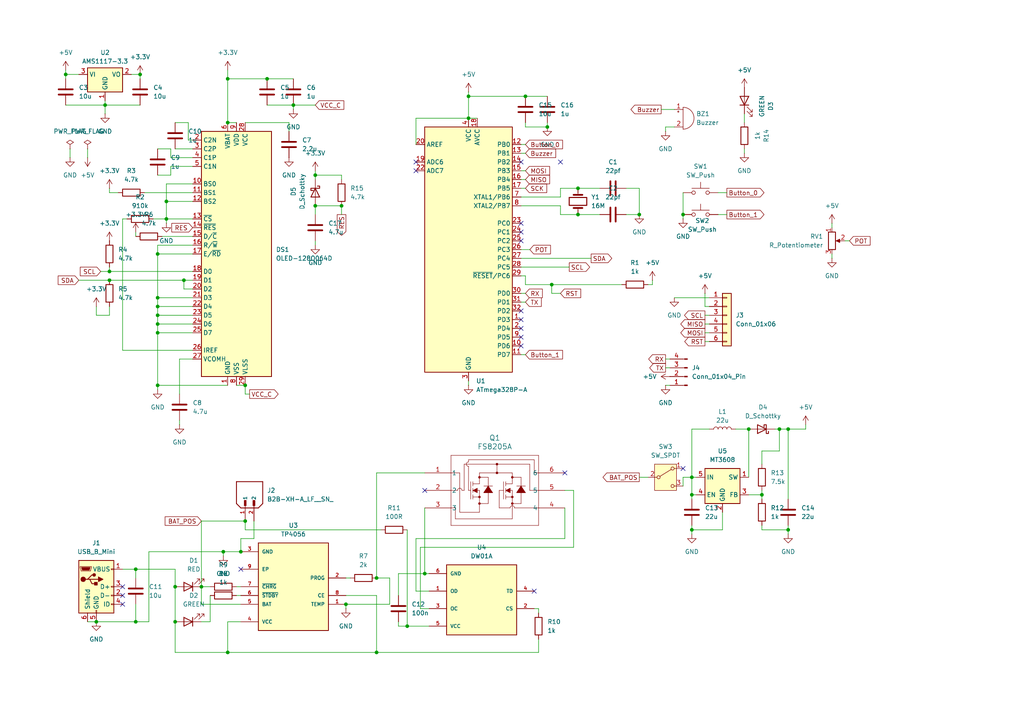
<source format=kicad_sch>
(kicad_sch (version 20231120) (generator "eeschema") (generator_version "8.0")
  (paper "A4")
  (lib_symbols
    (symbol "2024-04-20_16-32-53:FS8205A" (pin_names (offset 0.254))
      (property "Reference" "Q" (at 20.32 10.16 0))
      (property "Value" "FS8205A" (at 20.32 7.62 0))
      (symbol "FS8205A_0_1"
        (pin unspecified line (at 0 0 0) (length 7.62) (name "1") (number "1"))
        (pin unspecified line (at 0 -5.08 0) (length 7.62) (name "2") (number "2"))
        (pin unspecified line (at 0 -10.16 0) (length 7.62) (name "3") (number "3"))
        (pin unspecified line (at 40.64 -10.16 180) (length 7.62) (name "4") (number "4"))
        (pin unspecified line (at 40.64 -5.08 180) (length 7.62) (name "5") (number "5"))
        (pin unspecified line (at 40.64 0 180) (length 7.62) (name "6") (number "6"))
      )
    )
    (symbol "B2B-XH-A_LF__SN_:B2B-XH-A_LF__SN_" (pin_names (offset 1.016))
      (property "Reference" "J" (at -2.54 6.35 0))
      (property "Value" "B2B-XH-A_LF__SN_" (at -2.54 -5.08 0))
      (symbol "B2B-XH-A_LF__SN__0_0"
        (pin passive line (at -7.62 2.54 0) (length 5.08) (name "1") (number "1"))
        (pin passive line (at -7.62 0 0) (length 5.08) (name "2") (number "2"))
      )
    )
    (symbol "Connector:Conn_01x04_Pin" (pin_names (offset 1.016) hide)
      (property "Reference" "J" (at 0 5.08 0))
      (property "Value" "Conn_01x04_Pin" (at 0 -7.62 0))
      (symbol "Conn_01x04_Pin_1_1"
        (pin passive line (at 5.08 2.54 180) (length 3.81) (name "Pin_1") (number "1"))
        (pin passive line (at 5.08 0 180) (length 3.81) (name "Pin_2") (number "2"))
        (pin passive line (at 5.08 -2.54 180) (length 3.81) (name "Pin_3") (number "3"))
        (pin passive line (at 5.08 -5.08 180) (length 3.81) (name "Pin_4") (number "4"))
      )
    )
    (symbol "Connector:USB_B_Mini" (pin_names (offset 1.016))
      (property "Reference" "J" (at -5.08 11.43 0))
      (property "Value" "USB_B_Mini" (at -5.08 8.89 0))
      (symbol "USB_B_Mini_1_1"
        (pin power_out line (at 7.62 5.08 180) (length 2.54) (name "VBUS") (number "1"))
        (pin bidirectional line (at 7.62 -2.54 180) (length 2.54) (name "D-") (number "2"))
        (pin bidirectional line (at 7.62 0 180) (length 2.54) (name "D+") (number "3"))
        (pin passive line (at 7.62 -5.08 180) (length 2.54) (name "ID") (number "4"))
        (pin power_out line (at 0 -10.16 90) (length 2.54) (name "GND") (number "5"))
        (pin passive line (at -2.54 -10.16 90) (length 2.54) (name "Shield") (number "6"))
      )
    )
    (symbol "Connector_Generic:Conn_01x06" (pin_names (offset 1.016) hide)
      (property "Reference" "J" (at 0 7.62 0))
      (property "Value" "Conn_01x06" (at 0 -10.16 0))
      (symbol "Conn_01x06_1_1"
        (pin passive line (at -5.08 5.08 0) (length 3.81) (name "Pin_1") (number "1"))
        (pin passive line (at -5.08 2.54 0) (length 3.81) (name "Pin_2") (number "2"))
        (pin passive line (at -5.08 0 0) (length 3.81) (name "Pin_3") (number "3"))
        (pin passive line (at -5.08 -2.54 0) (length 3.81) (name "Pin_4") (number "4"))
        (pin passive line (at -5.08 -5.08 0) (length 3.81) (name "Pin_5") (number "5"))
        (pin passive line (at -5.08 -7.62 0) (length 3.81) (name "Pin_6") (number "6"))
      )
    )
    (symbol "DW01A:DW01A" (pin_names (offset 1.016))
      (property "Reference" "U" (at -10.16 11.43 0))
      (property "Value" "DW01A" (at -10.16 -12.7 0))
      (symbol "DW01A_0_0"
        (pin output line (at 15.24 -2.54 180) (length 5.08) (name "OD") (number "1"))
        (pin input line (at -15.24 2.54 0) (length 5.08) (name "CS") (number "2"))
        (pin output line (at 15.24 2.54 180) (length 5.08) (name "OC") (number "3"))
        (pin passive line (at -15.24 -2.54 0) (length 5.08) (name "TD") (number "4"))
        (pin power_in line (at 15.24 7.62 180) (length 5.08) (name "VCC") (number "5"))
        (pin power_in line (at 15.24 -7.62 180) (length 5.08) (name "GND") (number "6"))
      )
    )
    (symbol "Device:Buzzer" (pin_names (offset 0.0254) hide)
      (property "Reference" "BZ" (at 3.81 1.27 0))
      (property "Value" "Buzzer" (at 3.81 -1.27 0))
      (symbol "Buzzer_1_1"
        (pin passive line (at -2.54 2.54 0) (length 2.54) (name "+") (number "1"))
        (pin passive line (at -2.54 -2.54 0) (length 2.54) (name "-") (number "2"))
      )
    )
    (symbol "Device:C" (pin_numbers hide) (pin_names (offset 0.254))
      (property "Reference" "C" (at 0.635 2.54 0))
      (property "Value" "C" (at 0.635 -2.54 0))
      (symbol "C_1_1"
        (pin passive line (at 0 3.81 270) (length 2.794) (name "~") (number "1"))
        (pin passive line (at 0 -3.81 90) (length 2.794) (name "~") (number "2"))
      )
    )
    (symbol "Device:Crystal" (pin_numbers hide) (pin_names (offset 1.016) hide)
      (property "Reference" "Y" (at 0 3.81 0))
      (property "Value" "Crystal" (at 0 -3.81 0))
      (symbol "Crystal_1_1"
        (pin passive line (at -3.81 0 0) (length 1.27) (name "1") (number "1"))
        (pin passive line (at 3.81 0 180) (length 1.27) (name "2") (number "2"))
      )
    )
    (symbol "Device:D_Schottky" (pin_numbers hide) (pin_names (offset 1.016) hide)
      (property "Reference" "D" (at 0 2.54 0))
      (property "Value" "D_Schottky" (at 0 -2.54 0))
      (symbol "D_Schottky_1_1"
        (pin passive line (at -3.81 0 0) (length 2.54) (name "K") (number "1"))
        (pin passive line (at 3.81 0 180) (length 2.54) (name "A") (number "2"))
      )
    )
    (symbol "Device:L" (pin_numbers hide) (pin_names (offset 1.016) hide)
      (property "Reference" "L" (at -1.27 0 90))
      (property "Value" "L" (at 1.905 0 90))
      (symbol "L_1_1"
        (pin passive line (at 0 3.81 270) (length 1.27) (name "1") (number "1"))
        (pin passive line (at 0 -3.81 90) (length 1.27) (name "2") (number "2"))
      )
    )
    (symbol "Device:LED" (pin_numbers hide) (pin_names (offset 1.016) hide)
      (property "Reference" "D" (at 0 2.54 0))
      (property "Value" "LED" (at 0 -2.54 0))
      (symbol "LED_1_1"
        (pin passive line (at -3.81 0 0) (length 2.54) (name "K") (number "1"))
        (pin passive line (at 3.81 0 180) (length 2.54) (name "A") (number "2"))
      )
    )
    (symbol "Device:R" (pin_numbers hide) (pin_names (offset 0))
      (property "Reference" "R" (at 2.032 0 90))
      (property "Value" "R" (at 0 0 90))
      (symbol "R_1_1"
        (pin passive line (at 0 3.81 270) (length 1.27) (name "~") (number "1"))
        (pin passive line (at 0 -3.81 90) (length 1.27) (name "~") (number "2"))
      )
    )
    (symbol "Device:R_Potentiometer" (pin_names (offset 1.016) hide)
      (property "Reference" "RV" (at -4.445 0 90))
      (property "Value" "R_Potentiometer" (at -2.54 0 90))
      (symbol "R_Potentiometer_1_1"
        (pin passive line (at 0 3.81 270) (length 1.27) (name "1") (number "1"))
        (pin passive line (at 3.81 0 180) (length 1.27) (name "2") (number "2"))
        (pin passive line (at 0 -3.81 90) (length 1.27) (name "3") (number "3"))
      )
    )
    (symbol "Display_Graphic:OLED-128O064D"
      (property "Reference" "DS" (at -10.16 38.1 0))
      (property "Value" "OLED-128O064D" (at 12.7 38.1 0))
      (symbol "OLED-128O064D_1_1"
        (pin power_in line (at -2.54 -38.1 90) (length 2.54) (name "GND") (number "1"))
        (pin input line (at -12.7 20.32 0) (length 2.54) (name "BS0") (number "10"))
        (pin input line (at -12.7 17.78 0) (length 2.54) (name "BS1") (number "11"))
        (pin input line (at -12.7 15.24 0) (length 2.54) (name "BS2") (number "12"))
        (pin input line (at -12.7 10.16 0) (length 2.54) (name "~{CS}") (number "13"))
        (pin input line (at -12.7 7.62 0) (length 2.54) (name "~{RES}") (number "14"))
        (pin input line (at -12.7 5.08 0) (length 2.54) (name "D/~{C}") (number "15"))
        (pin input line (at -12.7 2.54 0) (length 2.54) (name "R/~{W}") (number "16"))
        (pin input line (at -12.7 0 0) (length 2.54) (name "E/~{RD}") (number "17"))
        (pin bidirectional line (at -12.7 -5.08 0) (length 2.54) (name "D0") (number "18"))
        (pin bidirectional line (at -12.7 -7.62 0) (length 2.54) (name "D1") (number "19"))
        (pin passive line (at -12.7 33.02 0) (length 2.54) (name "C2N") (number "2"))
        (pin bidirectional line (at -12.7 -10.16 0) (length 2.54) (name "D2") (number "20"))
        (pin bidirectional line (at -12.7 -12.7 0) (length 2.54) (name "D3") (number "21"))
        (pin bidirectional line (at -12.7 -15.24 0) (length 2.54) (name "D4") (number "22"))
        (pin bidirectional line (at -12.7 -17.78 0) (length 2.54) (name "D5") (number "23"))
        (pin bidirectional line (at -12.7 -20.32 0) (length 2.54) (name "D6") (number "24"))
        (pin bidirectional line (at -12.7 -22.86 0) (length 2.54) (name "D7") (number "25"))
        (pin passive line (at -12.7 -27.94 0) (length 2.54) (name "IREF") (number "26"))
        (pin passive line (at -12.7 -30.48 0) (length 2.54) (name "VCOMH") (number "27"))
        (pin power_in line (at 2.54 38.1 270) (length 2.54) (name "VCC") (number "28"))
        (pin power_in line (at 2.54 -38.1 90) (length 2.54) (name "VLSS") (number "29"))
        (pin passive line (at -12.7 30.48 0) (length 2.54) (name "C2P") (number "3"))
        (pin passive line (at -2.54 -38.1 90) (length 2.54) hide (name "GND") (number "30"))
        (pin passive line (at -12.7 27.94 0) (length 2.54) (name "C1P") (number "4"))
        (pin passive line (at -12.7 25.4 0) (length 2.54) (name "C1N") (number "5"))
        (pin power_in line (at -2.54 38.1 270) (length 2.54) (name "VBAT") (number "6"))
        (pin no_connect line (at 10.16 0 180) (length 2.54) hide (name "NC") (number "7"))
        (pin power_in line (at 0 -38.1 90) (length 2.54) (name "VSS") (number "8"))
        (pin power_in line (at 0 38.1 270) (length 2.54) (name "VDD") (number "9"))
      )
    )
    (symbol "MCU_Microchip_ATmega:ATmega328P-A"
      (property "Reference" "U" (at -12.7 36.83 0))
      (property "Value" "ATmega328P-A" (at 2.54 -36.83 0))
      (symbol "ATmega328P-A_1_1"
        (pin bidirectional line (at 15.24 -20.32 180) (length 2.54) (name "PD3") (number "1"))
        (pin bidirectional line (at 15.24 -27.94 180) (length 2.54) (name "PD6") (number "10"))
        (pin bidirectional line (at 15.24 -30.48 180) (length 2.54) (name "PD7") (number "11"))
        (pin bidirectional line (at 15.24 30.48 180) (length 2.54) (name "PB0") (number "12"))
        (pin bidirectional line (at 15.24 27.94 180) (length 2.54) (name "PB1") (number "13"))
        (pin bidirectional line (at 15.24 25.4 180) (length 2.54) (name "PB2") (number "14"))
        (pin bidirectional line (at 15.24 22.86 180) (length 2.54) (name "PB3") (number "15"))
        (pin bidirectional line (at 15.24 20.32 180) (length 2.54) (name "PB4") (number "16"))
        (pin bidirectional line (at 15.24 17.78 180) (length 2.54) (name "PB5") (number "17"))
        (pin power_in line (at 2.54 38.1 270) (length 2.54) (name "AVCC") (number "18"))
        (pin input line (at -15.24 25.4 0) (length 2.54) (name "ADC6") (number "19"))
        (pin bidirectional line (at 15.24 -22.86 180) (length 2.54) (name "PD4") (number "2"))
        (pin passive line (at -15.24 30.48 0) (length 2.54) (name "AREF") (number "20"))
        (pin passive line (at 0 -38.1 90) (length 2.54) hide (name "GND") (number "21"))
        (pin input line (at -15.24 22.86 0) (length 2.54) (name "ADC7") (number "22"))
        (pin bidirectional line (at 15.24 7.62 180) (length 2.54) (name "PC0") (number "23"))
        (pin bidirectional line (at 15.24 5.08 180) (length 2.54) (name "PC1") (number "24"))
        (pin bidirectional line (at 15.24 2.54 180) (length 2.54) (name "PC2") (number "25"))
        (pin bidirectional line (at 15.24 0 180) (length 2.54) (name "PC3") (number "26"))
        (pin bidirectional line (at 15.24 -2.54 180) (length 2.54) (name "PC4") (number "27"))
        (pin bidirectional line (at 15.24 -5.08 180) (length 2.54) (name "PC5") (number "28"))
        (pin bidirectional line (at 15.24 -7.62 180) (length 2.54) (name "~{RESET}/PC6") (number "29"))
        (pin power_in line (at 0 -38.1 90) (length 2.54) (name "GND") (number "3"))
        (pin bidirectional line (at 15.24 -12.7 180) (length 2.54) (name "PD0") (number "30"))
        (pin bidirectional line (at 15.24 -15.24 180) (length 2.54) (name "PD1") (number "31"))
        (pin bidirectional line (at 15.24 -17.78 180) (length 2.54) (name "PD2") (number "32"))
        (pin power_in line (at 0 38.1 270) (length 2.54) (name "VCC") (number "4"))
        (pin passive line (at 0 -38.1 90) (length 2.54) hide (name "GND") (number "5"))
        (pin passive line (at 0 38.1 270) (length 2.54) hide (name "VCC") (number "6"))
        (pin bidirectional line (at 15.24 15.24 180) (length 2.54) (name "XTAL1/PB6") (number "7"))
        (pin bidirectional line (at 15.24 12.7 180) (length 2.54) (name "XTAL2/PB7") (number "8"))
        (pin bidirectional line (at 15.24 -25.4 180) (length 2.54) (name "PD5") (number "9"))
      )
    )
    (symbol "Regulator_Linear:AMS1117-3.3"
      (property "Reference" "U" (at -3.81 3.175 0))
      (property "Value" "AMS1117-3.3" (at 0 3.175 0))
      (symbol "AMS1117-3.3_1_1"
        (pin power_in line (at 0 -7.62 90) (length 2.54) (name "GND") (number "1"))
        (pin power_out line (at 7.62 0 180) (length 2.54) (name "VO") (number "2"))
        (pin power_in line (at -7.62 0 0) (length 2.54) (name "VI") (number "3"))
      )
    )
    (symbol "Regulator_Switching:MT3608"
      (property "Reference" "U" (at -2.54 8.89 0))
      (property "Value" "MT3608" (at -3.81 6.35 0))
      (symbol "MT3608_1_1"
        (pin passive line (at 7.62 2.54 180) (length 2.54) (name "SW") (number "1"))
        (pin power_in line (at 0 -7.62 90) (length 2.54) (name "GND") (number "2"))
        (pin input line (at 7.62 -2.54 180) (length 2.54) (name "FB") (number "3"))
        (pin input line (at -7.62 -2.54 0) (length 2.54) (name "EN") (number "4"))
        (pin power_in line (at -7.62 2.54 0) (length 2.54) (name "IN") (number "5"))
        (pin no_connect line (at 5.08 0 180) (length 2.54) hide (name "NC") (number "6"))
      )
    )
    (symbol "Switch:SW_Push" (pin_numbers hide) (pin_names (offset 1.016) hide)
      (property "Reference" "SW" (at 1.27 2.54 0))
      (property "Value" "SW_Push" (at 0 -1.524 0))
      (symbol "SW_Push_0_1"
        (pin passive line (at -5.08 0 0) (length 2.54) (name "1") (number "1"))
        (pin passive line (at 5.08 0 180) (length 2.54) (name "2") (number "2"))
      )
    )
    (symbol "Switch:SW_SPDT" (pin_names (offset 0) hide)
      (property "Reference" "SW" (at 0 5.08 0))
      (property "Value" "SW_SPDT" (at 0 -5.08 0))
      (symbol "SW_SPDT_1_1"
        (pin passive line (at 5.08 2.54 180) (length 2.54) (name "A") (number "1"))
        (pin passive line (at -5.08 0 0) (length 2.54) (name "B") (number "2"))
        (pin passive line (at 5.08 -2.54 180) (length 2.54) (name "C") (number "3"))
      )
    )
    (symbol "TP4056:TP4056" (pin_names (offset 1.016))
      (property "Reference" "U" (at -10.16 13.208 0))
      (property "Value" "TP4056" (at -10.16 -15.24 0))
      (symbol "TP4056_0_0"
        (pin input line (at -15.24 5.08 0) (length 5.08) (name "TEMP") (number "1"))
        (pin bidirectional line (at -15.24 -2.54 0) (length 5.08) (name "PROG") (number "2"))
        (pin power_in line (at 15.24 -10.16 180) (length 5.08) (name "GND") (number "3"))
        (pin power_in line (at 15.24 10.16 180) (length 5.08) (name "VCC") (number "4"))
        (pin output line (at 15.24 5.08 180) (length 5.08) (name "BAT") (number "5"))
        (pin output line (at 15.24 2.54 180) (length 5.08) (name "~{STDBY}") (number "6"))
        (pin output line (at 15.24 0 180) (length 5.08) (name "~{CHRG}") (number "7"))
        (pin input line (at -15.24 2.54 0) (length 5.08) (name "CE") (number "8"))
        (pin passive line (at 15.24 -5.08 180) (length 5.08) (name "EP") (number "9"))
      )
    )
    (symbol "power:+3.3V" (power) (pin_numbers hide) (pin_names (offset 0) hide)
      (property "Value" "+3.3V" (at 0 3.556 0))
      (symbol "+3.3V_1_1"
        (pin power_in line (at 0 0 90) (length 0) (name "~") (number "1"))
      )
    )
    (symbol "power:+5V" (power) (pin_numbers hide) (pin_names (offset 0) hide)
      (property "Value" "+5V" (at 0 3.556 0))
      (symbol "+5V_1_1"
        (pin power_in line (at 0 0 90) (length 0) (name "~") (number "1"))
      )
    )
    (symbol "power:GND" (power) (pin_numbers hide) (pin_names (offset 0) hide)
      (property "Value" "GND" (at 0 -3.81 0))
      (symbol "GND_1_1"
        (pin power_in line (at 0 0 270) (length 0) (name "~") (number "1"))
      )
    )
    (symbol "power:PWR_FLAG" (power) (pin_numbers hide) (pin_names (offset 0) hide)
      (property "Value" "PWR_FLAG" (at 0 3.81 0))
      (symbol "PWR_FLAG_0_0"
        (pin power_out line (at 0 0 90) (length 0) (name "~") (number "1"))
      )
    )
  )
  (junction (at 66.04 189.23))
  (junction (at 45.72 111.76))
  (junction (at 99.06 59.69))
  (junction (at 45.72 96.52))
  (junction (at 40.64 21.59))
  (junction (at 123.19 166.37))
  (junction (at 45.72 91.44))
  (junction (at 200.66 138.43))
  (junction (at 200.66 153.67))
  (junction (at 30.48 30.48))
  (junction (at 48.26 63.5))
  (junction (at 45.72 86.36))
  (junction (at 50.8 180.34))
  (junction (at 39.37 165.1))
  (junction (at 19.05 21.59))
  (junction (at 109.22 167.64))
  (junction (at 45.72 88.9))
  (junction (at 85.09 30.48))
  (junction (at 185.42 62.23))
  (junction (at 135.89 27.94))
  (junction (at 118.11 181.61))
  (junction (at 167.64 62.23))
  (junction (at 64.77 160.02))
  (junction (at 217.17 124.46))
  (junction (at 91.44 50.8))
  (junction (at 77.47 22.86))
  (junction (at 45.72 73.66))
  (junction (at 58.42 170.18))
  (junction (at 158.75 36.83))
  (junction (at 66.04 35.56))
  (junction (at 50.8 170.18))
  (junction (at 71.12 111.76))
  (junction (at 39.37 180.34))
  (junction (at 226.06 124.46))
  (junction (at 228.6 124.46))
  (junction (at 31.75 81.28))
  (junction (at 48.26 58.42))
  (junction (at 71.12 151.13))
  (junction (at 91.44 59.69))
  (junction (at 31.75 78.74))
  (junction (at 160.02 82.55))
  (junction (at 198.12 62.23))
  (junction (at 152.4 27.94))
  (junction (at 135.89 34.29))
  (junction (at 167.64 54.61))
  (junction (at 200.66 143.51))
  (junction (at 228.6 153.67))
  (junction (at 45.72 93.98))
  (junction (at 220.98 143.51))
  (junction (at 109.22 189.23))
  (junction (at 69.85 160.02))
  (junction (at 27.94 180.34))
  (junction (at 66.04 22.86))
  (junction (at 53.34 81.28))
  (junction (at 100.33 175.26))
  (no_connect (at 120.65 46.99))
  (no_connect (at 154.94 171.45))
  (no_connect (at 151.13 95.25))
  (no_connect (at 151.13 67.31))
  (no_connect (at 151.13 69.85))
  (no_connect (at 151.13 92.71))
  (no_connect (at 198.12 135.89))
  (no_connect (at 69.85 165.1))
  (no_connect (at 151.13 64.77))
  (no_connect (at 120.65 49.53))
  (no_connect (at 151.13 46.99))
  (no_connect (at 162.56 46.99))
  (no_connect (at 151.13 97.79))
  (no_connect (at 35.56 175.26))
  (no_connect (at 151.13 100.33))
  (no_connect (at 35.56 172.72))
  (no_connect (at 151.13 90.17))
  (no_connect (at 35.56 170.18))
  (no_connect (at 123.19 142.24))
  (no_connect (at 163.83 137.16))
  (wire (pts (xy 99.06 50.8) (xy 91.44 50.8)))
  (wire (pts (xy 220.98 134.62) (xy 220.98 130.81)))
  (wire (pts (xy 52.07 104.14) (xy 55.88 104.14)))
  (wire (pts (xy 162.56 62.23) (xy 167.64 62.23)))
  (wire (pts (xy 39.37 165.1) (xy 39.37 167.64)))
  (wire (pts (xy 22.86 81.28) (xy 31.75 81.28)))
  (wire (pts (xy 45.72 91.44) (xy 55.88 91.44)))
  (wire (pts (xy 66.04 22.86) (xy 66.04 35.56)))
  (wire (pts (xy 151.13 74.93) (xy 171.45 74.93)))
  (wire (pts (xy 45.72 88.9) (xy 55.88 88.9)))
  (wire (pts (xy 71.12 114.3) (xy 72.39 114.3)))
  (wire (pts (xy 77.47 22.86) (xy 85.09 22.86)))
  (wire (pts (xy 45.72 93.98) (xy 45.72 91.44)))
  (wire (pts (xy 193.04 106.68) (xy 194.31 106.68)))
  (wire (pts (xy 166.37 158.75) (xy 166.37 142.24)))
  (wire (pts (xy 156.21 185.42) (xy 156.21 189.23)))
  (wire (pts (xy 220.98 130.81) (xy 226.06 130.81)))
  (wire (pts (xy 220.98 153.67) (xy 228.6 153.67)))
  (wire (pts (xy 45.72 93.98) (xy 55.88 93.98)))
  (wire (pts (xy 39.37 67.31) (xy 39.37 68.58)))
  (wire (pts (xy 181.61 54.61) (xy 185.42 54.61)))
  (wire (pts (xy 200.66 138.43) (xy 200.66 143.51)))
  (wire (pts (xy 167.64 62.23) (xy 173.99 62.23)))
  (wire (pts (xy 19.05 30.48) (xy 30.48 30.48)))
  (wire (pts (xy 120.65 41.91) (xy 120.65 34.29)))
  (wire (pts (xy 152.4 80.01) (xy 151.13 80.01)))
  (wire (pts (xy 71.12 35.56) (xy 83.82 35.56)))
  (wire (pts (xy 152.4 35.56) (xy 152.4 36.83)))
  (wire (pts (xy 43.18 180.34) (xy 39.37 180.34)))
  (wire (pts (xy 195.58 86.36) (xy 205.74 86.36)))
  (wire (pts (xy 30.48 29.21) (xy 30.48 30.48)))
  (wire (pts (xy 151.13 52.07) (xy 152.4 52.07)))
  (wire (pts (xy 64.77 160.02) (xy 69.85 160.02)))
  (wire (pts (xy 115.57 166.37) (xy 123.19 166.37)))
  (wire (pts (xy 53.34 83.82) (xy 53.34 81.28)))
  (wire (pts (xy 55.88 73.66) (xy 45.72 73.66)))
  (wire (pts (xy 217.17 124.46) (xy 217.17 138.43)))
  (wire (pts (xy 213.36 124.46) (xy 217.17 124.46)))
  (wire (pts (xy 151.13 54.61) (xy 152.4 54.61)))
  (wire (pts (xy 85.09 30.48) (xy 91.44 30.48)))
  (wire (pts (xy 45.72 96.52) (xy 45.72 93.98)))
  (wire (pts (xy 209.55 153.67) (xy 200.66 153.67)))
  (wire (pts (xy 55.88 71.12) (xy 45.72 71.12)))
  (wire (pts (xy 151.13 44.45) (xy 152.4 44.45)))
  (wire (pts (xy 200.66 138.43) (xy 201.93 138.43)))
  (wire (pts (xy 135.89 27.94) (xy 152.4 27.94)))
  (wire (pts (xy 55.88 40.64) (xy 54.61 40.64)))
  (wire (pts (xy 152.4 36.83) (xy 158.75 36.83)))
  (wire (pts (xy 162.56 85.09) (xy 160.02 85.09)))
  (wire (pts (xy 233.68 123.19) (xy 233.68 124.46)))
  (wire (pts (xy 45.72 86.36) (xy 55.88 86.36)))
  (wire (pts (xy 115.57 172.72) (xy 115.57 166.37)))
  (wire (pts (xy 198.12 140.97) (xy 198.12 138.43)))
  (wire (pts (xy 30.48 30.48) (xy 40.64 30.48)))
  (wire (pts (xy 83.82 35.56) (xy 83.82 38.1)))
  (wire (pts (xy 109.22 167.64) (xy 113.03 167.64)))
  (wire (pts (xy 198.12 55.88) (xy 198.12 62.23)))
  (wire (pts (xy 154.94 176.53) (xy 156.21 176.53)))
  (wire (pts (xy 160.02 85.09) (xy 160.02 82.55)))
  (wire (pts (xy 208.28 62.23) (xy 210.82 62.23)))
  (wire (pts (xy 151.13 57.15) (xy 162.56 57.15)))
  (wire (pts (xy 162.56 59.69) (xy 162.56 62.23)))
  (wire (pts (xy 228.6 152.4) (xy 228.6 153.67)))
  (wire (pts (xy 31.75 77.47) (xy 31.75 78.74)))
  (wire (pts (xy 152.4 41.91) (xy 151.13 41.91)))
  (wire (pts (xy 69.85 175.26) (xy 58.42 175.26)))
  (wire (pts (xy 73.66 151.13) (xy 73.66 156.21)))
  (wire (pts (xy 135.89 34.29) (xy 138.43 34.29)))
  (wire (pts (xy 245.11 69.85) (xy 246.38 69.85)))
  (wire (pts (xy 204.47 91.44) (xy 205.74 91.44)))
  (wire (pts (xy 68.58 170.18) (xy 69.85 170.18)))
  (wire (pts (xy 162.56 57.15) (xy 162.56 54.61)))
  (wire (pts (xy 113.03 167.64) (xy 113.03 175.26)))
  (wire (pts (xy 166.37 142.24) (xy 163.83 142.24)))
  (wire (pts (xy 123.19 147.32) (xy 123.19 166.37)))
  (wire (pts (xy 100.33 172.72) (xy 109.22 172.72)))
  (wire (pts (xy 64.77 160.02) (xy 43.18 160.02)))
  (wire (pts (xy 45.72 96.52) (xy 55.88 96.52)))
  (wire (pts (xy 152.4 82.55) (xy 160.02 82.55)))
  (wire (pts (xy 53.34 81.28) (xy 55.88 81.28)))
  (wire (pts (xy 31.75 91.44) (xy 31.75 88.9)))
  (wire (pts (xy 49.53 43.18) (xy 49.53 45.72)))
  (wire (pts (xy 39.37 165.1) (xy 50.8 165.1)))
  (wire (pts (xy 200.66 143.51) (xy 200.66 144.78)))
  (wire (pts (xy 121.92 158.75) (xy 166.37 158.75)))
  (wire (pts (xy 55.88 63.5) (xy 48.26 63.5)))
  (wire (pts (xy 153.67 72.39) (xy 151.13 72.39)))
  (wire (pts (xy 45.72 111.76) (xy 45.72 113.03)))
  (wire (pts (xy 50.8 170.18) (xy 50.8 180.34)))
  (wire (pts (xy 120.65 34.29) (xy 135.89 34.29)))
  (wire (pts (xy 152.4 27.94) (xy 158.75 27.94)))
  (wire (pts (xy 27.94 91.44) (xy 31.75 91.44)))
  (wire (pts (xy 35.56 101.6) (xy 35.56 63.5)))
  (wire (pts (xy 54.61 35.56) (xy 50.8 35.56)))
  (wire (pts (xy 52.07 121.92) (xy 52.07 123.19)))
  (wire (pts (xy 66.04 180.34) (xy 69.85 180.34)))
  (wire (pts (xy 91.44 59.69) (xy 99.06 59.69)))
  (wire (pts (xy 193.04 36.83) (xy 195.58 36.83)))
  (wire (pts (xy 198.12 138.43) (xy 200.66 138.43)))
  (wire (pts (xy 151.13 59.69) (xy 162.56 59.69)))
  (wire (pts (xy 151.13 87.63) (xy 152.4 87.63)))
  (wire (pts (xy 39.37 175.26) (xy 39.37 180.34)))
  (wire (pts (xy 217.17 143.51) (xy 220.98 143.51)))
  (wire (pts (xy 58.42 175.26) (xy 58.42 170.18)))
  (wire (pts (xy 50.8 43.18) (xy 55.88 43.18)))
  (wire (pts (xy 123.19 137.16) (xy 109.22 137.16)))
  (wire (pts (xy 71.12 114.3) (xy 71.12 111.76)))
  (wire (pts (xy 66.04 22.86) (xy 77.47 22.86)))
  (wire (pts (xy 19.05 21.59) (xy 19.05 20.32)))
  (wire (pts (xy 19.05 21.59) (xy 19.05 22.86)))
  (wire (pts (xy 40.64 22.86) (xy 40.64 21.59)))
  (wire (pts (xy 22.86 21.59) (xy 19.05 21.59)))
  (wire (pts (xy 55.88 83.82) (xy 53.34 83.82)))
  (wire (pts (xy 135.89 110.49) (xy 135.89 111.76)))
  (wire (pts (xy 226.06 124.46) (xy 224.79 124.46)))
  (wire (pts (xy 205.74 124.46) (xy 200.66 124.46)))
  (wire (pts (xy 121.92 158.75) (xy 121.92 176.53)))
  (wire (pts (xy 204.47 96.52) (xy 205.74 96.52)))
  (wire (pts (xy 193.04 111.76) (xy 194.31 111.76)))
  (wire (pts (xy 35.56 63.5) (xy 36.83 63.5)))
  (wire (pts (xy 46.99 68.58) (xy 55.88 68.58)))
  (wire (pts (xy 99.06 59.69) (xy 99.06 62.23)))
  (wire (pts (xy 205.74 88.9) (xy 204.47 88.9)))
  (wire (pts (xy 99.06 52.07) (xy 99.06 50.8)))
  (wire (pts (xy 43.18 160.02) (xy 43.18 180.34)))
  (wire (pts (xy 233.68 124.46) (xy 228.6 124.46)))
  (wire (pts (xy 48.26 58.42) (xy 48.26 53.34)))
  (wire (pts (xy 27.94 88.9) (xy 27.94 91.44)))
  (wire (pts (xy 204.47 88.9) (xy 204.47 85.09)))
  (wire (pts (xy 204.47 93.98) (xy 205.74 93.98)))
  (wire (pts (xy 208.28 55.88) (xy 210.82 55.88)))
  (wire (pts (xy 220.98 152.4) (xy 220.98 153.67)))
  (wire (pts (xy 45.72 73.66) (xy 45.72 86.36)))
  (wire (pts (xy 52.07 114.3) (xy 52.07 104.14)))
  (wire (pts (xy 156.21 176.53) (xy 156.21 177.8)))
  (wire (pts (xy 181.61 62.23) (xy 185.42 62.23)))
  (wire (pts (xy 64.77 160.02) (xy 64.77 161.29)))
  (wire (pts (xy 163.83 156.21) (xy 120.65 156.21)))
  (wire (pts (xy 228.6 124.46) (xy 226.06 124.46)))
  (wire (pts (xy 204.47 99.06) (xy 205.74 99.06)))
  (wire (pts (xy 167.64 54.61) (xy 173.99 54.61)))
  (wire (pts (xy 31.75 55.88) (xy 34.29 55.88)))
  (wire (pts (xy 54.61 40.64) (xy 54.61 35.56)))
  (wire (pts (xy 58.42 170.18) (xy 58.42 151.13)))
  (wire (pts (xy 115.57 181.61) (xy 118.11 181.61)))
  (wire (pts (xy 187.96 82.55) (xy 189.23 82.55)))
  (wire (pts (xy 71.12 153.67) (xy 110.49 153.67)))
  (wire (pts (xy 151.13 77.47) (xy 165.1 77.47)))
  (wire (pts (xy 109.22 172.72) (xy 109.22 189.23)))
  (wire (pts (xy 241.3 64.77) (xy 241.3 66.04)))
  (wire (pts (xy 55.88 58.42) (xy 48.26 58.42)))
  (wire (pts (xy 58.42 180.34) (xy 60.96 180.34)))
  (wire (pts (xy 50.8 165.1) (xy 50.8 170.18)))
  (wire (pts (xy 50.8 180.34) (xy 50.8 189.23)))
  (wire (pts (xy 198.12 62.23) (xy 198.12 63.5)))
  (wire (pts (xy 66.04 35.56) (xy 68.58 35.56)))
  (wire (pts (xy 45.72 88.9) (xy 45.72 86.36)))
  (wire (pts (xy 66.04 111.76) (xy 45.72 111.76)))
  (wire (pts (xy 49.53 48.26) (xy 49.53 50.8)))
  (wire (pts (xy 48.26 53.34) (xy 55.88 53.34)))
  (wire (pts (xy 45.72 91.44) (xy 45.72 88.9)))
  (wire (pts (xy 68.58 172.72) (xy 69.85 172.72)))
  (wire (pts (xy 58.42 151.13) (xy 71.12 151.13)))
  (wire (pts (xy 66.04 189.23) (xy 66.04 180.34)))
  (wire (pts (xy 120.65 156.21) (xy 120.65 171.45)))
  (wire (pts (xy 201.93 143.51) (xy 200.66 143.51)))
  (wire (pts (xy 31.75 81.28) (xy 53.34 81.28)))
  (wire (pts (xy 41.91 55.88) (xy 55.88 55.88)))
  (wire (pts (xy 158.75 35.56) (xy 158.75 36.83)))
  (wire (pts (xy 113.03 175.26) (xy 100.33 175.26)))
  (wire (pts (xy 60.96 180.34) (xy 60.96 172.72)))
  (wire (pts (xy 200.66 153.67) (xy 200.66 154.94)))
  (wire (pts (xy 100.33 167.64) (xy 101.6 167.64)))
  (wire (pts (xy 109.22 189.23) (xy 66.04 189.23)))
  (wire (pts (xy 44.45 63.5) (xy 48.26 63.5)))
  (wire (pts (xy 35.56 165.1) (xy 39.37 165.1)))
  (wire (pts (xy 49.53 50.8) (xy 45.72 50.8)))
  (wire (pts (xy 209.55 148.59) (xy 209.55 153.67)))
  (wire (pts (xy 123.19 166.37) (xy 124.46 166.37)))
  (wire (pts (xy 185.42 138.43) (xy 187.96 138.43)))
  (wire (pts (xy 45.72 71.12) (xy 45.72 73.66)))
  (wire (pts (xy 31.75 78.74) (xy 55.88 78.74)))
  (wire (pts (xy 77.47 30.48) (xy 85.09 30.48)))
  (wire (pts (xy 163.83 147.32) (xy 163.83 156.21)))
  (wire (pts (xy 45.72 43.18) (xy 49.53 43.18)))
  (wire (pts (xy 68.58 111.76) (xy 71.12 111.76)))
  (wire (pts (xy 25.4 180.34) (xy 27.94 180.34)))
  (wire (pts (xy 220.98 143.51) (xy 220.98 144.78)))
  (wire (pts (xy 241.3 73.66) (xy 241.3 74.93)))
  (wire (pts (xy 220.98 142.24) (xy 220.98 143.51)))
  (wire (pts (xy 152.4 102.87) (xy 151.13 102.87)))
  (wire (pts (xy 30.48 30.48) (xy 30.48 33.02)))
  (wire (pts (xy 55.88 48.26) (xy 49.53 48.26)))
  (wire (pts (xy 120.65 171.45) (xy 124.46 171.45)))
  (wire (pts (xy 200.66 124.46) (xy 200.66 138.43)))
  (wire (pts (xy 25.4 43.18) (xy 25.4 45.72)))
  (wire (pts (xy 135.89 26.67) (xy 135.89 27.94)))
  (wire (pts (xy 156.21 189.23) (xy 109.22 189.23)))
  (wire (pts (xy 115.57 180.34) (xy 115.57 181.61)))
  (wire (pts (xy 85.09 30.48) (xy 85.09 31.75)))
  (wire (pts (xy 91.44 62.23) (xy 91.44 59.69)))
  (wire (pts (xy 40.64 21.59) (xy 38.1 21.59)))
  (wire (pts (xy 31.75 54.61) (xy 31.75 55.88)))
  (wire (pts (xy 152.4 82.55) (xy 152.4 80.01)))
  (wire (pts (xy 228.6 144.78) (xy 228.6 124.46)))
  (wire (pts (xy 69.85 156.21) (xy 69.85 160.02)))
  (wire (pts (xy 135.89 27.94) (xy 135.89 34.29)))
  (wire (pts (xy 118.11 153.67) (xy 118.11 181.61)))
  (wire (pts (xy 185.42 54.61) (xy 185.42 62.23)))
  (wire (pts (xy 48.26 63.5) (xy 48.26 64.77)))
  (wire (pts (xy 189.23 82.55) (xy 189.23 81.28)))
  (wire (pts (xy 152.4 49.53) (xy 151.13 49.53)))
  (wire (pts (xy 228.6 153.67) (xy 228.6 154.94)))
  (wire (pts (xy 91.44 69.85) (xy 91.44 71.12)))
  (wire (pts (xy 55.88 101.6) (xy 35.56 101.6)))
  (wire (pts (xy 118.11 181.61) (xy 124.46 181.61)))
  (wire (pts (xy 162.56 54.61) (xy 167.64 54.61)))
  (wire (pts (xy 66.04 20.32) (xy 66.04 22.86)))
  (wire (pts (xy 91.44 50.8) (xy 91.44 52.07)))
  (wire (pts (xy 100.33 175.26) (xy 100.33 176.53)))
  (wire (pts (xy 45.72 111.76) (xy 45.72 96.52)))
  (wire (pts (xy 215.9 33.02) (xy 215.9 35.56)))
  (wire (pts (xy 29.21 78.74) (xy 31.75 78.74)))
  (wire (pts (xy 73.66 156.21) (xy 69.85 156.21)))
  (wire (pts (xy 193.04 104.14) (xy 194.31 104.14)))
  (wire (pts (xy 200.66 152.4) (xy 200.66 153.67)))
  (wire (pts (xy 91.44 49.53) (xy 91.44 50.8)))
  (wire (pts (xy 215.9 43.18) (xy 215.9 44.45)))
  (wire (pts (xy 20.32 43.18) (xy 20.32 45.72)))
  (wire (pts (xy 58.42 170.18) (xy 60.96 170.18)))
  (wire (pts (xy 152.4 85.09) (xy 151.13 85.09)))
  (wire (pts (xy 193.04 38.1) (xy 193.04 36.83)))
  (wire (pts (xy 109.22 137.16) (xy 109.22 167.64)))
  (wire (pts (xy 50.8 189.23) (xy 66.04 189.23)))
  (wire (pts (xy 160.02 82.55) (xy 180.34 82.55)))
  (wire (pts (xy 71.12 151.13) (xy 71.12 153.67)))
  (wire (pts (xy 226.06 130.81) (xy 226.06 124.46)))
  (wire (pts (xy 121.92 176.53) (xy 124.46 176.53)))
  (wire (pts (xy 49.53 45.72) (xy 55.88 45.72)))
  (wire (pts (xy 191.77 31.75) (xy 195.58 31.75)))
  (wire (pts (xy 39.37 180.34) (xy 27.94 180.34)))
  (wire (pts (xy 48.26 63.5) (xy 48.26 58.42)))
  (global_label "Buzzer" (shape input) (at 152.4 44.45 0) (property "Intersheetrefs" "${INTERSHEET_REFS}" (effects (hide yes))))
  (global_label "Button_1" (shape input) (at 152.4 102.87 0) (property "Intersheetrefs" "${INTERSHEET_REFS}" (effects (hide yes))))
  (global_label "MISO" (shape output) (at 204.47 93.98 180) (property "Intersheetrefs" "${INTERSHEET_REFS}" (effects (hide yes))))
  (global_label "SDA" (shape output) (at 171.45 74.93 0) (property "Intersheetrefs" "${INTERSHEET_REFS}" (effects (hide yes))))
  (global_label "TX" (shape output) (at 193.04 106.68 180) (property "Intersheetrefs" "${INTERSHEET_REFS}" (effects (hide yes))))
  (global_label "SCL" (shape output) (at 204.47 91.44 180) (property "Intersheetrefs" "${INTERSHEET_REFS}" (effects (hide yes))))
  (global_label "SCL" (shape input) (at 29.21 78.74 180) (property "Intersheetrefs" "${INTERSHEET_REFS}" (effects (hide yes))))
  (global_label "SDA" (shape input) (at 22.86 81.28 180) (property "Intersheetrefs" "${INTERSHEET_REFS}" (effects (hide yes))))
  (global_label "TX" (shape input) (at 152.4 87.63 0) (property "Intersheetrefs" "${INTERSHEET_REFS}" (effects (hide yes))))
  (global_label "MOSI" (shape input) (at 152.4 49.53 0) (property "Intersheetrefs" "${INTERSHEET_REFS}" (effects (hide yes))))
  (global_label "VCC_C" (shape input) (at 91.44 30.48 0) (property "Intersheetrefs" "${INTERSHEET_REFS}" (effects (hide yes))))
  (global_label "POT" (shape input) (at 246.38 69.85 0) (property "Intersheetrefs" "${INTERSHEET_REFS}" (effects (hide yes))))
  (global_label "Button_0" (shape output) (at 210.82 55.88 0) (property "Intersheetrefs" "${INTERSHEET_REFS}" (effects (hide yes))))
  (global_label "Button_0" (shape input) (at 152.4 41.91 0) (property "Intersheetrefs" "${INTERSHEET_REFS}" (effects (hide yes))))
  (global_label "BAT_POS" (shape output) (at 185.42 138.43 180) (property "Intersheetrefs" "${INTERSHEET_REFS}" (effects (hide yes))))
  (global_label "POT" (shape input) (at 153.67 72.39 0) (property "Intersheetrefs" "${INTERSHEET_REFS}" (effects (hide yes))))
  (global_label "Button_1" (shape output) (at 210.82 62.23 0) (property "Intersheetrefs" "${INTERSHEET_REFS}" (effects (hide yes))))
  (global_label "RX" (shape input) (at 152.4 85.09 0) (property "Intersheetrefs" "${INTERSHEET_REFS}" (effects (hide yes))))
  (global_label "MISO" (shape input) (at 152.4 52.07 0) (property "Intersheetrefs" "${INTERSHEET_REFS}" (effects (hide yes))))
  (global_label "RX" (shape output) (at 193.04 104.14 180) (property "Intersheetrefs" "${INTERSHEET_REFS}" (effects (hide yes))))
  (global_label "RST" (shape output) (at 204.47 99.06 180) (property "Intersheetrefs" "${INTERSHEET_REFS}" (effects (hide yes))))
  (global_label "SCK" (shape input) (at 152.4 54.61 0) (property "Intersheetrefs" "${INTERSHEET_REFS}" (effects (hide yes))))
  (global_label "RES" (shape output) (at 99.06 62.23 270) (property "Intersheetrefs" "${INTERSHEET_REFS}" (effects (hide yes))))
  (global_label "Buzzer" (shape output) (at 191.77 31.75 180) (property "Intersheetrefs" "${INTERSHEET_REFS}" (effects (hide yes))))
  (global_label "MOSI" (shape output) (at 204.47 96.52 180) (property "Intersheetrefs" "${INTERSHEET_REFS}" (effects (hide yes))))
  (global_label "RES" (shape input) (at 55.88 66.04 180) (property "Intersheetrefs" "${INTERSHEET_REFS}" (effects (hide yes))))
  (global_label "RST" (shape input) (at 162.56 85.09 0) (property "Intersheetrefs" "${INTERSHEET_REFS}" (effects (hide yes))))
  (global_label "BAT_POS" (shape input) (at 58.42 151.13 180) (property "Intersheetrefs" "${INTERSHEET_REFS}" (effects (hide yes))))
  (global_label "SCL" (shape output) (at 165.1 77.47 0) (property "Intersheetrefs" "${INTERSHEET_REFS}" (effects (hide yes))))
  (global_label "VCC_C" (shape output) (at 72.39 114.3 0) (property "Intersheetrefs" "${INTERSHEET_REFS}" (effects (hide yes))))
  (symbol (lib_id "power:+5V") (at 194.31 109.22 90) (unit 1)
    (property "Reference" "#PWR033" (effects (hide yes)))
    (property "Value" "+5V" (at 190.5 109.2199 90) (effects (justify left)))
    (property "Description" "Power symbol creates a global label with name \"+5V\"" (effects (hide yes)))
  )
  (symbol (lib_id "Device:R_Potentiometer") (at 241.3 69.85 0) (unit 1)
    (property "Reference" "RV1" (at 238.76 68.5799 0) (effects (justify right)))
    (property "Value" "R_Potentiometer" (at 238.76 71.1199 0) (effects (justify right)))
    (property "Footprint" "Potentiometer_THT:Potentiometer_Alps_RK09K_Single_Vertical" (effects (hide yes)))
    (property "Datasheet" "https://datasheet.lcsc.com/lcsc/2208260930_ALPSALPINE-RK09K1130AST_C3020616.pdf" (effects (hide yes)))
    (property "Description" "Potentiometer" (effects (hide yes)))
  )
  (symbol (lib_id "power:GND") (at 45.72 113.03 0) (unit 1)
    (property "Reference" "#PWR016" (effects (hide yes)))
    (property "Value" "GND" (at 45.72 118.11 0))
    (property "Description" "Power symbol creates a global label with name \"GND\" , ground" (effects (hide yes)))
  )
  (symbol (lib_id "Regulator_Linear:AMS1117-3.3") (at 30.48 21.59 0) (unit 1)
    (property "Reference" "U2" (at 30.48 15.24 0))
    (property "Value" "AMS1117-3.3" (at 30.48 17.78 0))
    (property "Footprint" "Package_TO_SOT_SMD:SOT-223-3_TabPin2" (effects (hide yes)))
    (property "Datasheet" "http://www.advanced-monolithic.com/pdf/ds1117.pdf" (effects (hide yes)))
    (property "Description" "1A Low Dropout regulator, positive, 3.3V fixed output, SOT-223" (effects (hide yes)))
  )
  (symbol (lib_id "power:GND") (at 241.3 74.93 0) (unit 1)
    (property "Reference" "#PWR037" (effects (hide yes)))
    (property "Value" "GND" (at 241.3 80.01 0))
    (property "Description" "Power symbol creates a global label with name \"GND\" , ground" (effects (hide yes)))
  )
  (symbol (lib_id "power:GND") (at 228.6 154.94 0) (unit 1)
    (property "Reference" "#PWR021" (effects (hide yes)))
    (property "Value" "GND" (at 228.6 160.02 0))
    (property "Description" "Power symbol creates a global label with name \"GND\" , ground" (effects (hide yes)))
  )
  (symbol (lib_id "power:+3.3V") (at 66.04 20.32 0) (unit 1)
    (property "Reference" "#PWR08" (effects (hide yes)))
    (property "Value" "+3.3V" (at 66.04 15.24 0))
    (property "Description" "Power symbol creates a global label with name \"+3.3V\"" (effects (hide yes)))
  )
  (symbol (lib_id "power:GND") (at 48.26 64.77 0) (unit 1)
    (property "Reference" "#PWR012" (effects (hide yes)))
    (property "Value" "GND" (at 48.26 69.85 0))
    (property "Description" "Power symbol creates a global label with name \"GND\" , ground" (effects (hide yes)))
  )
  (symbol (lib_id "Connector_Generic:Conn_01x06") (at 210.82 91.44 0) (unit 1)
    (property "Reference" "J3" (at 213.36 91.4399 0) (effects (justify left)))
    (property "Value" "Conn_01x06" (at 213.36 93.9799 0) (effects (justify left)))
    (property "Footprint" "Connector_PinHeader_2.54mm:PinHeader_1x06_P2.54mm_Vertical" (effects (hide yes)))
    (property "Description" "Generic connector, single row, 01x06, script generated (kicad-library-utils/schlib/autogen/connector/)" (effects (hide yes)))
  )
  (symbol (lib_id "Device:C") (at 177.8 54.61 90) (unit 1)
    (property "Reference" "C1" (at 177.8 46.99 90))
    (property "Value" "22pf" (at 177.8 49.53 90))
    (property "Footprint" "Capacitor_SMD:C_0805_2012Metric_Pad1.18x1.45mm_HandSolder" (effects (hide yes)))
    (property "Description" "Unpolarized capacitor" (effects (hide yes)))
  )
  (symbol (lib_id "Device:C") (at 45.72 46.99 180) (unit 1)
    (property "Reference" "C9" (at 49.53 45.7199 0) (effects (justify right)))
    (property "Value" "1u" (at 49.53 48.2599 0) (effects (justify right)))
    (property "Footprint" "Capacitor_SMD:C_0805_2012Metric_Pad1.18x1.45mm_HandSolder" (effects (hide yes)))
    (property "Description" "Unpolarized capacitor" (effects (hide yes)))
  )
  (symbol (lib_id "Device:R") (at 31.75 85.09 180) (unit 1)
    (property "Reference" "R5" (at 34.29 83.8199 0) (effects (justify right)))
    (property "Value" "4.7k" (at 34.29 86.3599 0) (effects (justify right)))
    (property "Footprint" "Resistor_SMD:R_0805_2012Metric_Pad1.20x1.40mm_HandSolder" (effects (hide yes)))
    (property "Description" "Resistor" (effects (hide yes)))
  )
  (symbol (lib_id "power:GND") (at 100.33 176.53 0) (unit 1)
    (property "Reference" "#PWR019" (effects (hide yes)))
    (property "Value" "GND" (at 100.33 181.61 0))
    (property "Description" "Power symbol creates a global label with name \"GND\" , ground" (effects (hide yes)))
  )
  (symbol (lib_id "Device:C") (at 85.09 26.67 180) (unit 1)
    (property "Reference" "C6" (at 88.9 25.3999 0) (effects (justify right)))
    (property "Value" "1u" (at 88.9 27.9399 0) (effects (justify right)))
    (property "Footprint" "Capacitor_SMD:C_0805_2012Metric_Pad1.18x1.45mm_HandSolder" (effects (hide yes)))
    (property "Description" "Unpolarized capacitor" (effects (hide yes)))
  )
  (symbol (lib_id "power:+3.3V") (at 91.44 49.53 0) (unit 1)
    (property "Reference" "#PWR031" (effects (hide yes)))
    (property "Value" "+3.3V" (at 91.44 44.45 0))
    (property "Description" "Power symbol creates a global label with name \"+3.3V\"" (effects (hide yes)))
  )
  (symbol (lib_id "power:GND") (at 64.77 161.29 0) (unit 1)
    (property "Reference" "#PWR018" (effects (hide yes)))
    (property "Value" "GND" (at 64.77 166.37 0))
    (property "Description" "Power symbol creates a global label with name \"GND\" , ground" (effects (hide yes)))
  )
  (symbol (lib_id "Device:C") (at 83.82 41.91 0) (unit 1)
    (property "Reference" "C7" (at 87.63 40.6399 0) (effects (justify left)))
    (property "Value" "2.2u" (at 87.63 43.1799 0) (effects (justify left)))
    (property "Footprint" "Capacitor_SMD:C_0805_2012Metric_Pad1.18x1.45mm_HandSolder" (effects (hide yes)))
    (property "Description" "Unpolarized capacitor" (effects (hide yes)))
  )
  (symbol (lib_id "power:GND") (at 200.66 154.94 0) (unit 1)
    (property "Reference" "#PWR020" (effects (hide yes)))
    (property "Value" "GND" (at 200.66 160.02 0))
    (property "Description" "Power symbol creates a global label with name \"GND\" , ground" (effects (hide yes)))
  )
  (symbol (lib_id "Device:C") (at 39.37 171.45 180) (unit 1)
    (property "Reference" "C11" (at 43.18 170.1799 0) (effects (justify right)))
    (property "Value" "10u" (at 43.18 172.7199 0) (effects (justify right)))
    (property "Footprint" "Capacitor_SMD:C_0805_2012Metric_Pad1.18x1.45mm_HandSolder" (effects (hide yes)))
    (property "Description" "Unpolarized capacitor" (effects (hide yes)))
  )
  (symbol (lib_id "Device:C") (at 40.64 26.67 180) (unit 1)
    (property "Reference" "C4" (at 44.45 25.3999 0) (effects (justify right)))
    (property "Value" "10u" (at 44.45 27.9399 0) (effects (justify right)))
    (property "Footprint" "Capacitor_SMD:C_0805_2012Metric_Pad1.18x1.45mm_HandSolder" (effects (hide yes)))
    (property "Description" "Unpolarized capacitor" (effects (hide yes)))
  )
  (symbol (lib_id "Connector:USB_B_Mini") (at 27.94 170.18 0) (unit 1)
    (property "Reference" "J1" (at 27.94 157.48 0))
    (property "Value" "USB_B_Mini" (at 27.94 160.02 0))
    (property "Footprint" "Connector_USB:USB_Mini-B_Lumberg_2486_01_Horizontal" (effects (hide yes)))
    (property "Description" "USB Mini Type B connector" (effects (hide yes)))
  )
  (symbol (lib_id "power:GND") (at 20.32 45.72 0) (unit 1)
    (property "Reference" "#PWR034" (effects (hide yes)))
    (property "Value" "GND" (at 20.32 50.8 0))
    (property "Description" "Power symbol creates a global label with name \"GND\" , ground" (effects (hide yes)))
  )
  (symbol (lib_id "Device:C") (at 115.57 176.53 180) (unit 1)
    (property "Reference" "C12" (at 119.38 175.2599 0) (effects (justify right)))
    (property "Value" "100n" (at 119.38 177.7999 0) (effects (justify right)))
    (property "Footprint" "Capacitor_SMD:C_0805_2012Metric_Pad1.18x1.45mm_HandSolder" (effects (hide yes)))
    (property "Description" "Unpolarized capacitor" (effects (hide yes)))
  )
  (symbol (lib_id "power:+5V") (at 135.89 26.67 0) (unit 1)
    (property "Reference" "#PWR03" (effects (hide yes)))
    (property "Value" "+5V" (at 135.89 21.59 0))
    (property "Description" "Power symbol creates a global label with name \"+5V\"" (effects (hide yes)))
  )
  (symbol (lib_id "Device:R") (at 31.75 73.66 180) (unit 1)
    (property "Reference" "R4" (at 34.29 72.3899 0) (effects (justify right)))
    (property "Value" "4.7k" (at 34.29 74.9299 0) (effects (justify right)))
    (property "Footprint" "Resistor_SMD:R_0805_2012Metric_Pad1.20x1.40mm_HandSolder" (effects (hide yes)))
    (property "Description" "Resistor" (effects (hide yes)))
  )
  (symbol (lib_id "Device:C") (at 200.66 148.59 180) (unit 1)
    (property "Reference" "C13" (at 204.47 147.3199 0) (effects (justify right)))
    (property "Value" "22u" (at 204.47 149.8599 0) (effects (justify right)))
    (property "Footprint" "Capacitor_SMD:C_0805_2012Metric_Pad1.18x1.45mm_HandSolder" (effects (hide yes)))
    (property "Description" "Unpolarized capacitor" (effects (hide yes)))
  )
  (symbol (lib_id "TP4056:TP4056") (at 85.09 170.18 180) (unit 1)
    (property "Reference" "U3" (at 85.09 152.4 0))
    (property "Value" "TP4056" (at 85.09 154.94 0))
    (property "Footprint" "TP4056:SOP127P600X175-9N" (effects (hide yes)))
    (property "MF" "NanJing Top Power ASIC Corp." (effects (hide yes)))
    (property "MAXIMUM_PACKAGE_HEIGHT" "1.75mm" (effects (hide yes)))
    (property "Package" "Package" (effects (hide yes)))
    (property "Price" "None" (effects (hide yes)))
    (property "Check_prices" "https://www.snapeda.com/parts/TP4056/NanJing+Top+Power+ASIC+Corp./view-part/?ref=eda" (effects (hide yes)))
    (property "STANDARD" "IPC 7351B" (effects (hide yes)))
    (property "SnapEDA_Link" "https://www.snapeda.com/parts/TP4056/NanJing+Top+Power+ASIC+Corp./view-part/?ref=snap" (effects (hide yes)))
    (property "MP" "TP4056" (effects (hide yes)))
    (property "Description_1" "\nComplete single cell Li-Ion battery with a constant current / constant voltage linear charger\n" (effects (hide yes)))
    (property "Availability" "Not in stock" (effects (hide yes)))
    (property "MANUFACTURER" "NanJing Top Power ASIC Corp." (effects (hide yes)))
  )
  (symbol (lib_id "Device:C") (at 77.47 26.67 180) (unit 1)
    (property "Reference" "C5" (at 81.28 25.3999 0) (effects (justify right)))
    (property "Value" "1u" (at 81.28 27.9399 0) (effects (justify right)))
    (property "Footprint" "Capacitor_SMD:C_0805_2012Metric_Pad1.18x1.45mm_HandSolder" (effects (hide yes)))
    (property "Description" "Unpolarized capacitor" (effects (hide yes)))
  )
  (symbol (lib_id "power:GND") (at 215.9 44.45 0) (unit 1)
    (property "Reference" "#PWR028" (effects (hide yes)))
    (property "Value" "GND" (at 215.9 49.53 0))
    (property "Description" "Power symbol creates a global label with name \"GND\" , ground" (effects (hide yes)))
  )
  (symbol (lib_id "power:GND") (at 85.09 31.75 0) (unit 1)
    (property "Reference" "#PWR09" (effects (hide yes)))
    (property "Value" "GND" (at 85.09 36.83 0))
    (property "Description" "Power symbol creates a global label with name \"GND\" , ground" (effects (hide yes)))
  )
  (symbol (lib_id "power:GND") (at 193.04 111.76 0) (unit 1)
    (property "Reference" "#PWR032" (effects (hide yes)))
    (property "Value" "GND" (at 193.04 116.84 0))
    (property "Description" "Power symbol creates a global label with name \"GND\" , ground" (effects (hide yes)))
  )
  (symbol (lib_id "power:GND") (at 193.04 38.1 0) (unit 1)
    (property "Reference" "#PWR024" (effects (hide yes)))
    (property "Value" "GND" (at 193.04 43.18 0))
    (property "Description" "Power symbol creates a global label with name \"GND\" , ground" (effects (hide yes)))
  )
  (symbol (lib_id "Device:R") (at 114.3 153.67 270) (unit 1)
    (property "Reference" "R11" (at 114.3 147.32 90))
    (property "Value" "100R" (at 114.3 149.86 90))
    (property "Footprint" "Resistor_SMD:R_0805_2012Metric_Pad1.20x1.40mm_HandSolder" (effects (hide yes)))
    (property "Description" "Resistor" (effects (hide yes)))
  )
  (symbol (lib_id "power:+3.3V") (at 39.37 67.31 0) (unit 1)
    (property "Reference" "#PWR017" (effects (hide yes)))
    (property "Value" "+3.3V" (at 39.37 62.23 0))
    (property "Description" "Power symbol creates a global label with name \"+3.3V\"" (effects (hide yes)))
  )
  (symbol (lib_id "Device:LED") (at 54.61 170.18 180) (unit 1)
    (property "Reference" "D1" (at 56.1975 162.56 0))
    (property "Value" "RED" (at 56.1975 165.1 0))
    (property "Footprint" "LED_SMD:LED_0805_2012Metric_Pad1.15x1.40mm_HandSolder" (effects (hide yes)))
    (property "Description" "Light emitting diode" (effects (hide yes)))
  )
  (symbol (lib_id "Device:Buzzer") (at 198.12 34.29 0) (unit 1)
    (property "Reference" "BZ1" (at 201.93 33.0199 0) (effects (justify left)))
    (property "Value" "Buzzer" (at 201.93 35.5599 0) (effects (justify left)))
    (property "Footprint" "Buzzer_Beeper:Buzzer_12x9.5RM7.6" (effects (hide yes)))
    (property "Description" "Buzzer, polarized" (effects (hide yes)))
  )
  (symbol (lib_id "Switch:SW_Push") (at 203.2 62.23 0) (unit 1)
    (property "Reference" "SW2" (at 203.708 64.008 0))
    (property "Value" "SW_Push" (at 203.708 66.548 0))
    (property "Footprint" "Button_Switch_SMD:SW_Push_1P1T_NO_6x6mm_H9.5mm" (effects (hide yes)))
    (property "Description" "Push button switch, generic, two pins" (effects (hide yes)))
  )
  (symbol (lib_id "power:PWR_FLAG") (at 25.4 43.18 0) (unit 1)
    (property "Reference" "#FLG02" (effects (hide yes)))
    (property "Value" "PWR_FLAG" (at 25.4 38.1 0))
    (property "Description" "Special symbol for telling ERC where power comes from" (effects (hide yes)))
  )
  (symbol (lib_id "power:+5V") (at 233.68 123.19 0) (unit 1)
    (property "Reference" "#PWR022" (effects (hide yes)))
    (property "Value" "+5V" (at 233.68 118.11 0))
    (property "Description" "Power symbol creates a global label with name \"+5V\"" (effects (hide yes)))
  )
  (symbol (lib_id "Device:Crystal") (at 167.64 58.42 90) (unit 1)
    (property "Reference" "Y1" (at 171.45 57.1499 90) (effects (justify right)))
    (property "Value" "16M" (at 171.45 59.6899 90) (effects (justify right)))
    (property "Footprint" "Crystal:Crystal_SMD_3225-4Pin_3.2x2.5mm_HandSoldering" (effects (hide yes)))
    (property "Description" "Two pin crystal" (effects (hide yes)))
  )
  (symbol (lib_id "Connector:Conn_01x04_Pin") (at 199.39 109.22 180) (unit 1)
    (property "Reference" "J4" (at 200.66 106.6799 0) (effects (justify right)))
    (property "Value" "Conn_01x04_Pin" (at 200.66 109.2199 0) (effects (justify right)))
    (property "Footprint" "Connector_PinSocket_2.54mm:PinSocket_1x04_P2.54mm_Vertical" (effects (hide yes)))
    (property "Description" "Generic connector, single row, 01x04, script generated" (effects (hide yes)))
  )
  (symbol (lib_id "Switch:SW_SPDT") (at 193.04 138.43 0) (unit 1)
    (property "Reference" "SW3" (at 193.04 129.54 0))
    (property "Value" "SW_SPDT" (at 193.04 132.08 0))
    (property "Footprint" "Switch:SS-12D10L5" (effects (hide yes)))
    (property "Description" "Switch, single pole double throw" (effects (hide yes)))
  )
  (symbol (lib_id "power:PWR_FLAG") (at 20.32 43.18 0) (unit 1)
    (property "Reference" "#FLG01" (effects (hide yes)))
    (property "Value" "PWR_FLAG" (at 20.32 38.1 0))
    (property "Description" "Special symbol for telling ERC where power comes from" (effects (hide yes)))
  )
  (symbol (lib_id "Device:LED") (at 215.9 29.21 90) (unit 1)
    (property "Reference" "D3" (at 223.52 30.7975 0))
    (property "Value" "GREEN" (at 220.98 30.7975 0))
    (property "Footprint" "LED_SMD:LED_0805_2012Metric_Pad1.15x1.40mm_HandSolder" (effects (hide yes)))
    (property "Description" "Light emitting diode" (effects (hide yes)))
  )
  (symbol (lib_id "power:GND") (at 135.89 111.76 0) (unit 1)
    (property "Reference" "#PWR04" (effects (hide yes)))
    (property "Value" "GND" (at 135.89 116.84 0))
    (property "Description" "Power symbol creates a global label with name \"GND\" , ground" (effects (hide yes)))
  )
  (symbol (lib_id "Device:R") (at 99.06 55.88 180) (unit 1)
    (property "Reference" "R15" (at 101.6 54.6099 0) (effects (justify right)))
    (property "Value" "4.7k" (at 101.6 57.1499 0) (effects (justify right)))
    (property "Footprint" "Resistor_SMD:R_0805_2012Metric_Pad1.20x1.40mm_HandSolder" (effects (hide yes)))
    (property "Description" "Resistor" (effects (hide yes)))
  )
  (symbol (lib_id "Device:R") (at 40.64 63.5 90) (unit 1)
    (property "Reference" "R2" (at 40.64 57.15 90))
    (property "Value" "910k" (at 40.64 59.69 90))
    (property "Footprint" "Resistor_SMD:R_0805_2012Metric_Pad1.20x1.40mm_HandSolder" (effects (hide yes)))
    (property "Description" "Resistor" (effects (hide yes)))
  )
  (symbol (lib_id "2024-04-20_16-32-53:FS8205A") (at 123.19 137.16 0) (unit 1)
    (property "Reference" "Q1" (at 143.51 127 0) (effects (font (size 1.524 1.524))))
    (property "Value" "FS8205A" (at 143.51 129.54 0) (effects (font (size 1.524 1.524))))
    (property "Footprint" "footprints:SOT-23-6L_TCP" (effects (hide yes)))
    (property "Datasheet" "FS8205A" (effects (hide yes)))
  )
  (symbol (lib_id "power:+5V") (at 25.4 45.72 180) (unit 1)
    (property "Reference" "#PWR035" (effects (hide yes)))
    (property "Value" "+5V" (at 25.4 50.8 0))
    (property "Description" "Power symbol creates a global label with name \"+5V\"" (effects (hide yes)))
  )
  (symbol (lib_id "Device:C") (at 91.44 66.04 0) (unit 1)
    (property "Reference" "C17" (at 95.25 64.7699 0) (effects (justify left)))
    (property "Value" "4.7u" (at 95.25 67.3099 0) (effects (justify left)))
    (property "Footprint" "Capacitor_SMD:C_0805_2012Metric_Pad1.18x1.45mm_HandSolder" (effects (hide yes)))
    (property "Description" "Unpolarized capacitor" (effects (hide yes)))
  )
  (symbol (lib_id "power:GND") (at 52.07 123.19 0) (unit 1)
    (property "Reference" "#PWR011" (effects (hide yes)))
    (property "Value" "GND" (at 52.07 128.27 0))
    (property "Description" "Power symbol creates a global label with name \"GND\" , ground" (effects (hide yes)))
  )
  (symbol (lib_id "Device:LED") (at 54.61 180.34 180) (unit 1)
    (property "Reference" "D2" (at 56.1975 172.72 0))
    (property "Value" "GREEN" (at 56.1975 175.26 0))
    (property "Footprint" "LED_SMD:LED_0805_2012Metric_Pad1.15x1.40mm_HandSolder" (effects (hide yes)))
    (property "Description" "Light emitting diode" (effects (hide yes)))
  )
  (symbol (lib_id "power:GND") (at 158.75 36.83 0) (unit 1)
    (property "Reference" "#PWR023" (effects (hide yes)))
    (property "Value" "GND" (at 158.75 41.91 0))
    (property "Description" "Power symbol creates a global label with name \"GND\" , ground" (effects (hide yes)))
  )
  (symbol (lib_id "Device:R") (at 64.77 172.72 90) (unit 1)
    (property "Reference" "R8" (at 64.77 166.37 90))
    (property "Value" "1k" (at 64.77 168.91 90))
    (property "Footprint" "Resistor_SMD:R_0805_2012Metric_Pad1.20x1.40mm_HandSolder" (effects (hide yes)))
    (property "Description" "Resistor" (effects (hide yes)))
  )
  (symbol (lib_id "Device:C") (at 50.8 39.37 180) (unit 1)
    (property "Reference" "C10" (at 54.61 38.0999 0) (effects (justify right)))
    (property "Value" "1u" (at 54.61 40.6399 0) (effects (justify right)))
    (property "Footprint" "Capacitor_SMD:C_0805_2012Metric_Pad1.18x1.45mm_HandSolder" (effects (hide yes)))
    (property "Description" "Unpolarized capacitor" (effects (hide yes)))
  )
  (symbol (lib_id "power:GND") (at 30.48 33.02 0) (unit 1)
    (property "Reference" "#PWR06" (effects (hide yes)))
    (property "Value" "GND" (at 30.48 38.1 0))
    (property "Description" "Power symbol creates a global label with name \"GND\" , ground" (effects (hide yes)))
  )
  (symbol (lib_id "power:GND") (at 27.94 180.34 0) (unit 1)
    (property "Reference" "#PWR038" (effects (hide yes)))
    (property "Value" "GND" (at 27.94 185.42 0))
    (property "Description" "Power symbol creates a global label with name \"GND\" , ground" (effects (hide yes)))
  )
  (symbol (lib_id "Device:R") (at 184.15 82.55 90) (unit 1)
    (property "Reference" "R1" (at 184.15 76.2 90))
    (property "Value" "1k" (at 184.15 78.74 90))
    (property "Footprint" "Resistor_SMD:R_0805_2012Metric_Pad1.20x1.40mm_HandSolder" (effects (hide yes)))
    (property "Description" "Resistor" (effects (hide yes)))
  )
  (symbol (lib_id "power:+5V") (at 189.23 81.28 0) (unit 1)
    (property "Reference" "#PWR02" (effects (hide yes)))
    (property "Value" "+5V" (at 189.23 76.2 0))
    (property "Description" "Power symbol creates a global label with name \"+5V\"" (effects (hide yes)))
  )
  (symbol (lib_id "power:+5V") (at 215.9 25.4 0) (unit 1)
    (property "Reference" "#PWR029" (effects (hide yes)))
    (property "Value" "+5V" (at 215.9 20.32 0))
    (property "Description" "Power symbol creates a global label with name \"+5V\"" (effects (hide yes)))
  )
  (symbol (lib_id "Device:C") (at 152.4 31.75 180) (unit 1)
    (property "Reference" "C15" (at 156.21 30.4799 0) (effects (justify right)))
    (property "Value" "10u" (at 156.21 33.0199 0) (effects (justify right)))
    (property "Footprint" "Capacitor_SMD:C_0805_2012Metric_Pad1.18x1.45mm_HandSolder" (effects (hide yes)))
    (property "Description" "Unpolarized capacitor" (effects (hide yes)))
  )
  (symbol (lib_id "Device:R") (at 105.41 167.64 270) (unit 1)
    (property "Reference" "R7" (at 105.41 161.29 90))
    (property "Value" "2k" (at 105.41 163.83 90))
    (property "Footprint" "Resistor_SMD:R_0805_2012Metric_Pad1.20x1.40mm_HandSolder" (effects (hide yes)))
    (property "Description" "Resistor" (effects (hide yes)))
  )
  (symbol (lib_id "power:+5V") (at 241.3 64.77 0) (unit 1)
    (property "Reference" "#PWR036" (effects (hide yes)))
    (property "Value" "+5V" (at 241.3 59.69 0))
    (property "Description" "Power symbol creates a global label with name \"+5V\"" (effects (hide yes)))
  )
  (symbol (lib_id "power:+5V") (at 204.47 85.09 0) (unit 1)
    (property "Reference" "#PWR027" (effects (hide yes)))
    (property "Value" "+5V" (at 204.47 80.01 0))
    (property "Description" "Power symbol creates a global label with name \"+5V\"" (effects (hide yes)))
  )
  (symbol (lib_id "Device:R") (at 220.98 148.59 180) (unit 1)
    (property "Reference" "R12" (at 223.52 147.3199 0) (effects (justify right)))
    (property "Value" "1k" (at 223.52 149.8599 0) (effects (justify right)))
    (property "Footprint" "Resistor_SMD:R_0805_2012Metric_Pad1.20x1.40mm_HandSolder" (effects (hide yes)))
    (property "Description" "Resistor" (effects (hide yes)))
  )
  (symbol (lib_id "power:GND") (at 91.44 71.12 0) (unit 1)
    (property "Reference" "#PWR030" (effects (hide yes)))
    (property "Value" "GND" (at 91.44 76.2 0))
    (property "Description" "Power symbol creates a global label with name \"GND\" , ground" (effects (hide yes)))
  )
  (symbol (lib_id "Device:R") (at 43.18 68.58 90) (unit 1)
    (property "Reference" "R6" (at 43.18 62.23 90))
    (property "Value" "4.7k" (at 43.18 64.77 90))
    (property "Footprint" "Resistor_SMD:R_0805_2012Metric_Pad1.20x1.40mm_HandSolder" (effects (hide yes)))
    (property "Description" "Resistor" (effects (hide yes)))
  )
  (symbol (lib_id "power:+3.3V") (at 31.75 69.85 0) (unit 1)
    (property "Reference" "#PWR014" (effects (hide yes)))
    (property "Value" "+3.3V" (at 31.75 64.77 0))
    (property "Description" "Power symbol creates a global label with name \"+3.3V\"" (effects (hide yes)))
  )
  (symbol (lib_id "power:+3.3V") (at 31.75 54.61 0) (unit 1)
    (property "Reference" "#PWR013" (effects (hide yes)))
    (property "Value" "+3.3V" (at 31.75 49.53 0))
    (property "Description" "Power symbol creates a global label with name \"+3.3V\"" (effects (hide yes)))
  )
  (symbol (lib_id "Regulator_Switching:MT3608") (at 209.55 140.97 0) (unit 1)
    (property "Reference" "U5" (at 209.55 130.81 0))
    (property "Value" "MT3608" (at 209.55 133.35 0))
    (property "Footprint" "Package_TO_SOT_SMD:SOT-23-6" (effects (hide yes)))
    (property "Datasheet" "https://www.olimex.com/Products/Breadboarding/BB-PWR-3608/resources/MT3608.pdf" (effects (hide yes)))
    (property "Description" "High Efficiency 1.2MHz 2A Step Up Converter, 2-24V Vin, 28V Vout, 4A current limit, 1.2MHz, SOT23-6" (effects (hide yes)))
  )
  (symbol (lib_id "Device:D_Schottky") (at 91.44 55.88 270) (unit 1)
    (property "Reference" "D5" (at 85.09 55.5625 0))
    (property "Value" "D_Schottky" (at 87.63 55.5625 0))
    (property "Footprint" "Diode_SMD:D_SMC_Handsoldering" (effects (hide yes)))
    (property "Description" "Schottky diode" (effects (hide yes)))
  )
  (symbol (lib_id "Device:C") (at 158.75 31.75 180) (unit 1)
    (property "Reference" "C16" (at 162.56 30.4799 0) (effects (justify right)))
    (property "Value" "1u" (at 162.56 33.0199 0) (effects (justify right)))
    (property "Footprint" "Capacitor_SMD:C_0805_2012Metric_Pad1.18x1.45mm_HandSolder" (effects (hide yes)))
    (property "Description" "Unpolarized capacitor" (effects (hide yes)))
  )
  (symbol (lib_id "B2B-XH-A_LF__SN_:B2B-XH-A_LF__SN_") (at 73.66 143.51 90) (unit 1)
    (property "Reference" "J2" (at 77.47 142.2399 90) (effects (justify right)))
    (property "Value" "B2B-XH-A_LF__SN_" (at 77.47 144.7799 90) (effects (justify right)))
    (property "Footprint" "B2B-XH-A_LF__SN_:JST_B2B-XH-A_LF__SN_" (effects (hide yes)))
    (property "MF" "JST Sales" (effects (hide yes)))
    (property "MAXIMUM_PACKAGE_HEIGHT" "7 mm" (effects (hide yes)))
    (property "Package" "None" (effects (hide yes)))
    (property "Price" "None" (effects (hide yes)))
    (property "Check_prices" "https://www.snapeda.com/parts/B2B-XH-A(LF)(SN)/JST+Sales+America+Inc./view-part/?ref=eda" (effects (hide yes)))
    (property "STANDARD" "Manufacturer Recommendations" (effects (hide yes)))
    (property "PARTREV" "N/A" (effects (hide yes)))
    (property "SnapEDA_Link" "https://www.snapeda.com/parts/B2B-XH-A(LF)(SN)/JST+Sales+America+Inc./view-part/?ref=snap" (effects (hide yes)))
    (property "MP" "B2B-XH-A(LF)(SN)" (effects (hide yes)))
    (property "Description_1" "\nConnector Header Through Hole 2 position 0.098 (2.50mm)\n" (effects (hide yes)))
    (property "Availability" "In Stock" (effects (hide yes)))
    (property "MANUFACTURER" "JST Sales America Inc." (effects (hide yes)))
  )
  (symbol (lib_id "Device:C") (at 19.05 26.67 180) (unit 1)
    (property "Reference" "C3" (at 22.86 25.3999 0) (effects (justify right)))
    (property "Value" "10u" (at 22.86 27.9399 0) (effects (justify right)))
    (property "Footprint" "Capacitor_SMD:C_0805_2012Metric_Pad1.18x1.45mm_HandSolder" (effects (hide yes)))
    (property "Description" "Unpolarized capacitor" (effects (hide yes)))
  )
  (symbol (lib_id "power:GND") (at 185.42 62.23 0) (unit 1)
    (property "Reference" "#PWR01" (effects (hide yes)))
    (property "Value" "GND" (at 185.42 67.31 0))
    (property "Description" "Power symbol creates a global label with name \"GND\" , ground" (effects (hide yes)))
  )
  (symbol (lib_id "Device:C") (at 177.8 62.23 90) (unit 1)
    (property "Reference" "C2" (at 177.8 54.61 90))
    (property "Value" "22pf" (at 177.8 57.15 90))
    (property "Footprint" "Capacitor_SMD:C_0805_2012Metric_Pad1.18x1.45mm_HandSolder" (effects (hide yes)))
    (property "Description" "Unpolarized capacitor" (effects (hide yes)))
  )
  (symbol (lib_id "power:GND") (at 198.12 63.5 0) (unit 1)
    (property "Reference" "#PWR025" (effects (hide yes)))
    (property "Value" "GND" (at 198.12 68.58 0))
    (property "Description" "Power symbol creates a global label with name \"GND\" , ground" (effects (hide yes)))
  )
  (symbol (lib_id "Device:R") (at 38.1 55.88 90) (unit 1)
    (property "Reference" "R3" (at 38.1 49.53 90))
    (property "Value" "4.7k" (at 38.1 52.07 90))
    (property "Footprint" "Resistor_SMD:R_0805_2012Metric_Pad1.20x1.40mm_HandSolder" (effects (hide yes)))
    (property "Description" "Resistor" (effects (hide yes)))
  )
  (symbol (lib_id "Display_Graphic:OLED-128O064D") (at 68.58 73.66 0) (unit 1)
    (property "Reference" "DS1" (at 80.01 72.3899 0) (effects (justify left)))
    (property "Value" "OLED-128O064D" (at 80.01 74.9299 0) (effects (justify left)))
    (property "Footprint" "Display:OLED-128O064D" (effects (hide yes)))
    (property "Datasheet" "https://www.vishay.com/docs/37902/oled128o064dbpp3n00000.pdf" (effects (hide yes)))
    (property "Description" "OLED display 128x64" (effects (hide yes)))
  )
  (symbol (lib_id "MCU_Microchip_ATmega:ATmega328P-A") (at 135.89 72.39 0) (unit 1)
    (property "Reference" "U1" (at 138.0841 110.49 0) (effects (justify left)))
    (property "Value" "ATmega328P-A" (at 138.0841 113.03 0) (effects (justify left)))
    (property "Footprint" "Package_QFP:TQFP-32_7x7mm_P0.8mm" (effects (hide yes)))
    (property "Datasheet" "http://ww1.microchip.com/downloads/en/DeviceDoc/ATmega328_P%20AVR%20MCU%20with%20picoPower%20Technology%20Data%20Sheet%2040001984A.pdf" (effects (hide yes)))
    (property "Description" "20MHz, 32kB Flash, 2kB SRAM, 1kB EEPROM, TQFP-32" (effects (hide yes)))
  )
  (symbol (lib_id "Switch:SW_Push") (at 203.2 55.88 0) (unit 1)
    (property "Reference" "SW1" (at 203.2 48.26 0))
    (property "Value" "SW_Push" (at 203.2 50.8 0))
    (property "Footprint" "Button_Switch_SMD:SW_Push_1P1T_NO_6x6mm_H9.5mm" (effects (hide yes)))
    (property "Description" "Push button switch, generic, two pins" (effects (hide yes)))
  )
  (symbol (lib_id "Device:D_Schottky") (at 220.98 124.46 180) (unit 1)
    (property "Reference" "D4" (at 221.2975 118.11 0))
    (property "Value" "D_Schottky" (at 221.2975 120.65 0))
    (property "Footprint" "Diode_SMD:D_SMC_Handsoldering" (effects (hide yes)))
    (property "Description" "Schottky diode" (effects (hide yes)))
  )
  (symbol (lib_id "Device:R") (at 64.77 170.18 90) (unit 1)
    (property "Reference" "R9" (at 64.77 163.83 90))
    (property "Value" "1k" (at 64.77 166.37 90))
    (property "Footprint" "Resistor_SMD:R_0805_2012Metric_Pad1.20x1.40mm_HandSolder" (effects (hide yes)))
    (property "Description" "Resistor" (effects (hide yes)))
  )
  (symbol (lib_id "Device:R") (at 156.21 181.61 180) (unit 1)
    (property "Reference" "R10" (at 158.75 180.3399 0) (effects (justify right)))
    (property "Value" "1k" (at 158.75 182.8799 0) (effects (justify right)))
    (property "Footprint" "Resistor_SMD:R_0805_2012Metric_Pad1.20x1.40mm_HandSolder" (effects (hide yes)))
    (property "Description" "Resistor" (effects (hide yes)))
  )
  (symbol (lib_id "Device:R") (at 220.98 138.43 180) (unit 1)
    (property "Reference" "R13" (at 223.52 137.1599 0) (effects (justify right)))
    (property "Value" "7.5k" (at 223.52 139.6999 0) (effects (justify right)))
    (property "Footprint" "Resistor_SMD:R_0805_2012Metric_Pad1.20x1.40mm_HandSolder" (effects (hide yes)))
    (property "Description" "Resistor" (effects (hide yes)))
  )
  (symbol (lib_id "power:GND") (at 195.58 86.36 0) (unit 1)
    (property "Reference" "#PWR026" (effects (hide yes)))
    (property "Value" "GND" (at 195.58 91.44 0))
    (property "Description" "Power symbol creates a global label with name \"GND\" , ground" (effects (hide yes)))
  )
  (symbol (lib_id "power:+3.3V") (at 40.64 21.59 0) (unit 1)
    (property "Reference" "#PWR07" (effects (hide yes)))
    (property "Value" "+3.3V" (at 40.64 16.51 0))
    (property "Description" "Power symbol creates a global label with name \"+3.3V\"" (effects (hide yes)))
  )
  (symbol (lib_id "power:GND") (at 83.82 45.72 0) (unit 1)
    (property "Reference" "#PWR010" (effects (hide yes)))
    (property "Value" "GND" (at 83.82 50.8 0))
    (property "Description" "Power symbol creates a global label with name \"GND\" , ground" (effects (hide yes)))
  )
  (symbol (lib_id "power:+5V") (at 19.05 20.32 0) (unit 1)
    (property "Reference" "#PWR05" (effects (hide yes)))
    (property "Value" "+5V" (at 19.05 15.24 0))
    (property "Description" "Power symbol creates a global label with name \"+5V\"" (effects (hide yes)))
  )
  (symbol (lib_id "DW01A:DW01A") (at 139.7 173.99 180) (unit 1)
    (property "Reference" "U4" (at 139.7 158.75 0))
    (property "Value" "DW01A" (at 139.7 161.29 0))
    (property "Footprint" "DW01A:SOT95P280X145-6N" (effects (hide yes)))
    (property "MF" "Fortune Semiconductor" (effects (hide yes)))
    (property "SNAPEDA_PACKAGE_ID" "103849" (effects (hide yes)))
    (property "Package" "SOT-23-6 Fortune Semiconductor" (effects (hide yes)))
    (property "Price" "None" (effects (hide yes)))
    (property "Check_prices" "https://www.snapeda.com/parts/DW01A/Fortune+Semiconductor/view-part/?ref=eda" (effects (hide yes)))
    (property "STANDARD" "IPC 7351B" (effects (hide yes)))
    (property "PARTREV" "1.8" (effects (hide yes)))
    (property "SnapEDA_Link" "https://www.snapeda.com/parts/DW01A/Fortune+Semiconductor/view-part/?ref=snap" (effects (hide yes)))
    (property "MP" "DW01A" (effects (hide yes)))
    (property "Description_1" "\nOne Cell Lithium-ion/Polymer Battery Protection IC\n" (effects (hide yes)))
    (property "MANUFACTURER" "Fortune Semiconductor" (effects (hide yes)))
    (property "Availability" "Not in stock" (effects (hide yes)))
    (property "MAXIMUM_PACKAGE_HEIGHT" "1.45mm" (effects (hide yes)))
  )
  (symbol (lib_id "power:+3.3V") (at 27.94 88.9 0) (unit 1)
    (property "Reference" "#PWR015" (effects (hide yes)))
    (property "Value" "+3.3V" (at 27.94 83.82 0))
    (property "Description" "Power symbol creates a global label with name \"+3.3V\"" (effects (hide yes)))
  )
  (symbol (lib_id "Device:L") (at 209.55 124.46 90) (unit 1)
    (property "Reference" "L1" (at 209.55 119.38 90))
    (property "Value" "22u" (at 209.55 121.92 90))
    (property "Footprint" "Inductor_SMD:L_Bourns_SRP7028A_7.3x6.6mm" (effects (hide yes)))
    (property "Description" "Inductor" (effects (hide yes)))
  )
  (symbol (lib_id "Device:C") (at 228.6 148.59 180) (unit 1)
    (property "Reference" "C14" (at 232.41 147.3199 0) (effects (justify right)))
    (property "Value" "22u" (at 232.41 149.8599 0) (effects (justify right)))
    (property "Footprint" "Capacitor_SMD:C_0805_2012Metric_Pad1.18x1.45mm_HandSolder" (effects (hide yes)))
    (property "Description" "Unpolarized capacitor" (effects (hide yes)))
  )
  (symbol (lib_id "Device:R") (at 215.9 39.37 0) (unit 1)
    (property "Reference" "R14" (at 222.25 39.37 90))
    (property "Value" "1k" (at 219.71 39.37 90))
    (property "Footprint" "Resistor_SMD:R_0805_2012Metric_Pad1.20x1.40mm_HandSolder" (effects (hide yes)))
    (property "Description" "Resistor" (effects (hide yes)))
  )
  (symbol (lib_id "Device:C") (at 52.07 118.11 0) (unit 1)
    (property "Reference" "C8" (at 55.88 116.8399 0) (effects (justify left)))
    (property "Value" "4.7u" (at 55.88 119.3799 0) (effects (justify left)))
    (property "Footprint" "Capacitor_SMD:C_0805_2012Metric_Pad1.18x1.45mm_HandSolder" (effects (hide yes)))
    (property "Description" "Unpolarized capacitor" (effects (hide yes)))
  )
)
</source>
